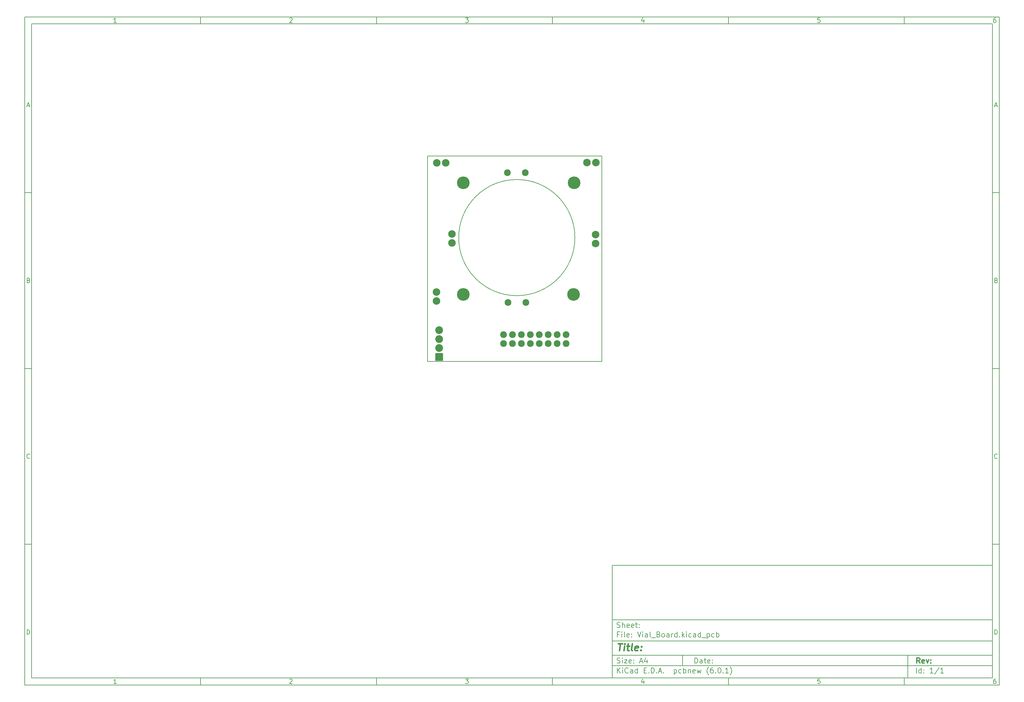
<source format=gbr>
%TF.GenerationSoftware,KiCad,Pcbnew,(6.0.1)*%
%TF.CreationDate,2022-03-10T11:24:42-03:00*%
%TF.ProjectId,Vial_Board,5669616c-5f42-46f6-9172-642e6b696361,rev?*%
%TF.SameCoordinates,Original*%
%TF.FileFunction,Soldermask,Bot*%
%TF.FilePolarity,Negative*%
%FSLAX46Y46*%
G04 Gerber Fmt 4.6, Leading zero omitted, Abs format (unit mm)*
G04 Created by KiCad (PCBNEW (6.0.1)) date 2022-03-10 11:24:42*
%MOMM*%
%LPD*%
G01*
G04 APERTURE LIST*
G04 Aperture macros list*
%AMRoundRect*
0 Rectangle with rounded corners*
0 $1 Rounding radius*
0 $2 $3 $4 $5 $6 $7 $8 $9 X,Y pos of 4 corners*
0 Add a 4 corners polygon primitive as box body*
4,1,4,$2,$3,$4,$5,$6,$7,$8,$9,$2,$3,0*
0 Add four circle primitives for the rounded corners*
1,1,$1+$1,$2,$3*
1,1,$1+$1,$4,$5*
1,1,$1+$1,$6,$7*
1,1,$1+$1,$8,$9*
0 Add four rect primitives between the rounded corners*
20,1,$1+$1,$2,$3,$4,$5,0*
20,1,$1+$1,$4,$5,$6,$7,0*
20,1,$1+$1,$6,$7,$8,$9,0*
20,1,$1+$1,$8,$9,$2,$3,0*%
G04 Aperture macros list end*
%ADD10C,0.100000*%
%ADD11C,0.150000*%
%ADD12C,0.300000*%
%ADD13C,0.400000*%
%TA.AperFunction,Profile*%
%ADD14C,0.150000*%
%TD*%
%ADD15C,3.599994*%
%ADD16C,1.924000*%
%ADD17C,2.150000*%
%ADD18RoundRect,0.200000X0.900000X-0.900000X0.900000X0.900000X-0.900000X0.900000X-0.900000X-0.900000X0*%
%ADD19C,2.200000*%
G04 APERTURE END LIST*
D10*
D11*
X177002200Y-166007200D02*
X177002200Y-198007200D01*
X285002200Y-198007200D01*
X285002200Y-166007200D01*
X177002200Y-166007200D01*
D10*
D11*
X10000000Y-10000000D02*
X10000000Y-200007200D01*
X287002200Y-200007200D01*
X287002200Y-10000000D01*
X10000000Y-10000000D01*
D10*
D11*
X12000000Y-12000000D02*
X12000000Y-198007200D01*
X285002200Y-198007200D01*
X285002200Y-12000000D01*
X12000000Y-12000000D01*
D10*
D11*
X60000000Y-12000000D02*
X60000000Y-10000000D01*
D10*
D11*
X110000000Y-12000000D02*
X110000000Y-10000000D01*
D10*
D11*
X160000000Y-12000000D02*
X160000000Y-10000000D01*
D10*
D11*
X210000000Y-12000000D02*
X210000000Y-10000000D01*
D10*
D11*
X260000000Y-12000000D02*
X260000000Y-10000000D01*
D10*
D11*
X36065476Y-11588095D02*
X35322619Y-11588095D01*
X35694047Y-11588095D02*
X35694047Y-10288095D01*
X35570238Y-10473809D01*
X35446428Y-10597619D01*
X35322619Y-10659523D01*
D10*
D11*
X85322619Y-10411904D02*
X85384523Y-10350000D01*
X85508333Y-10288095D01*
X85817857Y-10288095D01*
X85941666Y-10350000D01*
X86003571Y-10411904D01*
X86065476Y-10535714D01*
X86065476Y-10659523D01*
X86003571Y-10845238D01*
X85260714Y-11588095D01*
X86065476Y-11588095D01*
D10*
D11*
X135260714Y-10288095D02*
X136065476Y-10288095D01*
X135632142Y-10783333D01*
X135817857Y-10783333D01*
X135941666Y-10845238D01*
X136003571Y-10907142D01*
X136065476Y-11030952D01*
X136065476Y-11340476D01*
X136003571Y-11464285D01*
X135941666Y-11526190D01*
X135817857Y-11588095D01*
X135446428Y-11588095D01*
X135322619Y-11526190D01*
X135260714Y-11464285D01*
D10*
D11*
X185941666Y-10721428D02*
X185941666Y-11588095D01*
X185632142Y-10226190D02*
X185322619Y-11154761D01*
X186127380Y-11154761D01*
D10*
D11*
X236003571Y-10288095D02*
X235384523Y-10288095D01*
X235322619Y-10907142D01*
X235384523Y-10845238D01*
X235508333Y-10783333D01*
X235817857Y-10783333D01*
X235941666Y-10845238D01*
X236003571Y-10907142D01*
X236065476Y-11030952D01*
X236065476Y-11340476D01*
X236003571Y-11464285D01*
X235941666Y-11526190D01*
X235817857Y-11588095D01*
X235508333Y-11588095D01*
X235384523Y-11526190D01*
X235322619Y-11464285D01*
D10*
D11*
X285941666Y-10288095D02*
X285694047Y-10288095D01*
X285570238Y-10350000D01*
X285508333Y-10411904D01*
X285384523Y-10597619D01*
X285322619Y-10845238D01*
X285322619Y-11340476D01*
X285384523Y-11464285D01*
X285446428Y-11526190D01*
X285570238Y-11588095D01*
X285817857Y-11588095D01*
X285941666Y-11526190D01*
X286003571Y-11464285D01*
X286065476Y-11340476D01*
X286065476Y-11030952D01*
X286003571Y-10907142D01*
X285941666Y-10845238D01*
X285817857Y-10783333D01*
X285570238Y-10783333D01*
X285446428Y-10845238D01*
X285384523Y-10907142D01*
X285322619Y-11030952D01*
D10*
D11*
X60000000Y-198007200D02*
X60000000Y-200007200D01*
D10*
D11*
X110000000Y-198007200D02*
X110000000Y-200007200D01*
D10*
D11*
X160000000Y-198007200D02*
X160000000Y-200007200D01*
D10*
D11*
X210000000Y-198007200D02*
X210000000Y-200007200D01*
D10*
D11*
X260000000Y-198007200D02*
X260000000Y-200007200D01*
D10*
D11*
X36065476Y-199595295D02*
X35322619Y-199595295D01*
X35694047Y-199595295D02*
X35694047Y-198295295D01*
X35570238Y-198481009D01*
X35446428Y-198604819D01*
X35322619Y-198666723D01*
D10*
D11*
X85322619Y-198419104D02*
X85384523Y-198357200D01*
X85508333Y-198295295D01*
X85817857Y-198295295D01*
X85941666Y-198357200D01*
X86003571Y-198419104D01*
X86065476Y-198542914D01*
X86065476Y-198666723D01*
X86003571Y-198852438D01*
X85260714Y-199595295D01*
X86065476Y-199595295D01*
D10*
D11*
X135260714Y-198295295D02*
X136065476Y-198295295D01*
X135632142Y-198790533D01*
X135817857Y-198790533D01*
X135941666Y-198852438D01*
X136003571Y-198914342D01*
X136065476Y-199038152D01*
X136065476Y-199347676D01*
X136003571Y-199471485D01*
X135941666Y-199533390D01*
X135817857Y-199595295D01*
X135446428Y-199595295D01*
X135322619Y-199533390D01*
X135260714Y-199471485D01*
D10*
D11*
X185941666Y-198728628D02*
X185941666Y-199595295D01*
X185632142Y-198233390D02*
X185322619Y-199161961D01*
X186127380Y-199161961D01*
D10*
D11*
X236003571Y-198295295D02*
X235384523Y-198295295D01*
X235322619Y-198914342D01*
X235384523Y-198852438D01*
X235508333Y-198790533D01*
X235817857Y-198790533D01*
X235941666Y-198852438D01*
X236003571Y-198914342D01*
X236065476Y-199038152D01*
X236065476Y-199347676D01*
X236003571Y-199471485D01*
X235941666Y-199533390D01*
X235817857Y-199595295D01*
X235508333Y-199595295D01*
X235384523Y-199533390D01*
X235322619Y-199471485D01*
D10*
D11*
X285941666Y-198295295D02*
X285694047Y-198295295D01*
X285570238Y-198357200D01*
X285508333Y-198419104D01*
X285384523Y-198604819D01*
X285322619Y-198852438D01*
X285322619Y-199347676D01*
X285384523Y-199471485D01*
X285446428Y-199533390D01*
X285570238Y-199595295D01*
X285817857Y-199595295D01*
X285941666Y-199533390D01*
X286003571Y-199471485D01*
X286065476Y-199347676D01*
X286065476Y-199038152D01*
X286003571Y-198914342D01*
X285941666Y-198852438D01*
X285817857Y-198790533D01*
X285570238Y-198790533D01*
X285446428Y-198852438D01*
X285384523Y-198914342D01*
X285322619Y-199038152D01*
D10*
D11*
X10000000Y-60000000D02*
X12000000Y-60000000D01*
D10*
D11*
X10000000Y-110000000D02*
X12000000Y-110000000D01*
D10*
D11*
X10000000Y-160000000D02*
X12000000Y-160000000D01*
D10*
D11*
X10690476Y-35216666D02*
X11309523Y-35216666D01*
X10566666Y-35588095D02*
X11000000Y-34288095D01*
X11433333Y-35588095D01*
D10*
D11*
X11092857Y-84907142D02*
X11278571Y-84969047D01*
X11340476Y-85030952D01*
X11402380Y-85154761D01*
X11402380Y-85340476D01*
X11340476Y-85464285D01*
X11278571Y-85526190D01*
X11154761Y-85588095D01*
X10659523Y-85588095D01*
X10659523Y-84288095D01*
X11092857Y-84288095D01*
X11216666Y-84350000D01*
X11278571Y-84411904D01*
X11340476Y-84535714D01*
X11340476Y-84659523D01*
X11278571Y-84783333D01*
X11216666Y-84845238D01*
X11092857Y-84907142D01*
X10659523Y-84907142D01*
D10*
D11*
X11402380Y-135464285D02*
X11340476Y-135526190D01*
X11154761Y-135588095D01*
X11030952Y-135588095D01*
X10845238Y-135526190D01*
X10721428Y-135402380D01*
X10659523Y-135278571D01*
X10597619Y-135030952D01*
X10597619Y-134845238D01*
X10659523Y-134597619D01*
X10721428Y-134473809D01*
X10845238Y-134350000D01*
X11030952Y-134288095D01*
X11154761Y-134288095D01*
X11340476Y-134350000D01*
X11402380Y-134411904D01*
D10*
D11*
X10659523Y-185588095D02*
X10659523Y-184288095D01*
X10969047Y-184288095D01*
X11154761Y-184350000D01*
X11278571Y-184473809D01*
X11340476Y-184597619D01*
X11402380Y-184845238D01*
X11402380Y-185030952D01*
X11340476Y-185278571D01*
X11278571Y-185402380D01*
X11154761Y-185526190D01*
X10969047Y-185588095D01*
X10659523Y-185588095D01*
D10*
D11*
X287002200Y-60000000D02*
X285002200Y-60000000D01*
D10*
D11*
X287002200Y-110000000D02*
X285002200Y-110000000D01*
D10*
D11*
X287002200Y-160000000D02*
X285002200Y-160000000D01*
D10*
D11*
X285692676Y-35216666D02*
X286311723Y-35216666D01*
X285568866Y-35588095D02*
X286002200Y-34288095D01*
X286435533Y-35588095D01*
D10*
D11*
X286095057Y-84907142D02*
X286280771Y-84969047D01*
X286342676Y-85030952D01*
X286404580Y-85154761D01*
X286404580Y-85340476D01*
X286342676Y-85464285D01*
X286280771Y-85526190D01*
X286156961Y-85588095D01*
X285661723Y-85588095D01*
X285661723Y-84288095D01*
X286095057Y-84288095D01*
X286218866Y-84350000D01*
X286280771Y-84411904D01*
X286342676Y-84535714D01*
X286342676Y-84659523D01*
X286280771Y-84783333D01*
X286218866Y-84845238D01*
X286095057Y-84907142D01*
X285661723Y-84907142D01*
D10*
D11*
X286404580Y-135464285D02*
X286342676Y-135526190D01*
X286156961Y-135588095D01*
X286033152Y-135588095D01*
X285847438Y-135526190D01*
X285723628Y-135402380D01*
X285661723Y-135278571D01*
X285599819Y-135030952D01*
X285599819Y-134845238D01*
X285661723Y-134597619D01*
X285723628Y-134473809D01*
X285847438Y-134350000D01*
X286033152Y-134288095D01*
X286156961Y-134288095D01*
X286342676Y-134350000D01*
X286404580Y-134411904D01*
D10*
D11*
X285661723Y-185588095D02*
X285661723Y-184288095D01*
X285971247Y-184288095D01*
X286156961Y-184350000D01*
X286280771Y-184473809D01*
X286342676Y-184597619D01*
X286404580Y-184845238D01*
X286404580Y-185030952D01*
X286342676Y-185278571D01*
X286280771Y-185402380D01*
X286156961Y-185526190D01*
X285971247Y-185588095D01*
X285661723Y-185588095D01*
D10*
D11*
X200434342Y-193785771D02*
X200434342Y-192285771D01*
X200791485Y-192285771D01*
X201005771Y-192357200D01*
X201148628Y-192500057D01*
X201220057Y-192642914D01*
X201291485Y-192928628D01*
X201291485Y-193142914D01*
X201220057Y-193428628D01*
X201148628Y-193571485D01*
X201005771Y-193714342D01*
X200791485Y-193785771D01*
X200434342Y-193785771D01*
X202577200Y-193785771D02*
X202577200Y-193000057D01*
X202505771Y-192857200D01*
X202362914Y-192785771D01*
X202077200Y-192785771D01*
X201934342Y-192857200D01*
X202577200Y-193714342D02*
X202434342Y-193785771D01*
X202077200Y-193785771D01*
X201934342Y-193714342D01*
X201862914Y-193571485D01*
X201862914Y-193428628D01*
X201934342Y-193285771D01*
X202077200Y-193214342D01*
X202434342Y-193214342D01*
X202577200Y-193142914D01*
X203077200Y-192785771D02*
X203648628Y-192785771D01*
X203291485Y-192285771D02*
X203291485Y-193571485D01*
X203362914Y-193714342D01*
X203505771Y-193785771D01*
X203648628Y-193785771D01*
X204720057Y-193714342D02*
X204577200Y-193785771D01*
X204291485Y-193785771D01*
X204148628Y-193714342D01*
X204077200Y-193571485D01*
X204077200Y-193000057D01*
X204148628Y-192857200D01*
X204291485Y-192785771D01*
X204577200Y-192785771D01*
X204720057Y-192857200D01*
X204791485Y-193000057D01*
X204791485Y-193142914D01*
X204077200Y-193285771D01*
X205434342Y-193642914D02*
X205505771Y-193714342D01*
X205434342Y-193785771D01*
X205362914Y-193714342D01*
X205434342Y-193642914D01*
X205434342Y-193785771D01*
X205434342Y-192857200D02*
X205505771Y-192928628D01*
X205434342Y-193000057D01*
X205362914Y-192928628D01*
X205434342Y-192857200D01*
X205434342Y-193000057D01*
D10*
D11*
X177002200Y-194507200D02*
X285002200Y-194507200D01*
D10*
D11*
X178434342Y-196585771D02*
X178434342Y-195085771D01*
X179291485Y-196585771D02*
X178648628Y-195728628D01*
X179291485Y-195085771D02*
X178434342Y-195942914D01*
X179934342Y-196585771D02*
X179934342Y-195585771D01*
X179934342Y-195085771D02*
X179862914Y-195157200D01*
X179934342Y-195228628D01*
X180005771Y-195157200D01*
X179934342Y-195085771D01*
X179934342Y-195228628D01*
X181505771Y-196442914D02*
X181434342Y-196514342D01*
X181220057Y-196585771D01*
X181077200Y-196585771D01*
X180862914Y-196514342D01*
X180720057Y-196371485D01*
X180648628Y-196228628D01*
X180577200Y-195942914D01*
X180577200Y-195728628D01*
X180648628Y-195442914D01*
X180720057Y-195300057D01*
X180862914Y-195157200D01*
X181077200Y-195085771D01*
X181220057Y-195085771D01*
X181434342Y-195157200D01*
X181505771Y-195228628D01*
X182791485Y-196585771D02*
X182791485Y-195800057D01*
X182720057Y-195657200D01*
X182577200Y-195585771D01*
X182291485Y-195585771D01*
X182148628Y-195657200D01*
X182791485Y-196514342D02*
X182648628Y-196585771D01*
X182291485Y-196585771D01*
X182148628Y-196514342D01*
X182077200Y-196371485D01*
X182077200Y-196228628D01*
X182148628Y-196085771D01*
X182291485Y-196014342D01*
X182648628Y-196014342D01*
X182791485Y-195942914D01*
X184148628Y-196585771D02*
X184148628Y-195085771D01*
X184148628Y-196514342D02*
X184005771Y-196585771D01*
X183720057Y-196585771D01*
X183577200Y-196514342D01*
X183505771Y-196442914D01*
X183434342Y-196300057D01*
X183434342Y-195871485D01*
X183505771Y-195728628D01*
X183577200Y-195657200D01*
X183720057Y-195585771D01*
X184005771Y-195585771D01*
X184148628Y-195657200D01*
X186005771Y-195800057D02*
X186505771Y-195800057D01*
X186720057Y-196585771D02*
X186005771Y-196585771D01*
X186005771Y-195085771D01*
X186720057Y-195085771D01*
X187362914Y-196442914D02*
X187434342Y-196514342D01*
X187362914Y-196585771D01*
X187291485Y-196514342D01*
X187362914Y-196442914D01*
X187362914Y-196585771D01*
X188077200Y-196585771D02*
X188077200Y-195085771D01*
X188434342Y-195085771D01*
X188648628Y-195157200D01*
X188791485Y-195300057D01*
X188862914Y-195442914D01*
X188934342Y-195728628D01*
X188934342Y-195942914D01*
X188862914Y-196228628D01*
X188791485Y-196371485D01*
X188648628Y-196514342D01*
X188434342Y-196585771D01*
X188077200Y-196585771D01*
X189577200Y-196442914D02*
X189648628Y-196514342D01*
X189577200Y-196585771D01*
X189505771Y-196514342D01*
X189577200Y-196442914D01*
X189577200Y-196585771D01*
X190220057Y-196157200D02*
X190934342Y-196157200D01*
X190077200Y-196585771D02*
X190577200Y-195085771D01*
X191077200Y-196585771D01*
X191577200Y-196442914D02*
X191648628Y-196514342D01*
X191577200Y-196585771D01*
X191505771Y-196514342D01*
X191577200Y-196442914D01*
X191577200Y-196585771D01*
X194577200Y-195585771D02*
X194577200Y-197085771D01*
X194577200Y-195657200D02*
X194720057Y-195585771D01*
X195005771Y-195585771D01*
X195148628Y-195657200D01*
X195220057Y-195728628D01*
X195291485Y-195871485D01*
X195291485Y-196300057D01*
X195220057Y-196442914D01*
X195148628Y-196514342D01*
X195005771Y-196585771D01*
X194720057Y-196585771D01*
X194577200Y-196514342D01*
X196577200Y-196514342D02*
X196434342Y-196585771D01*
X196148628Y-196585771D01*
X196005771Y-196514342D01*
X195934342Y-196442914D01*
X195862914Y-196300057D01*
X195862914Y-195871485D01*
X195934342Y-195728628D01*
X196005771Y-195657200D01*
X196148628Y-195585771D01*
X196434342Y-195585771D01*
X196577200Y-195657200D01*
X197220057Y-196585771D02*
X197220057Y-195085771D01*
X197220057Y-195657200D02*
X197362914Y-195585771D01*
X197648628Y-195585771D01*
X197791485Y-195657200D01*
X197862914Y-195728628D01*
X197934342Y-195871485D01*
X197934342Y-196300057D01*
X197862914Y-196442914D01*
X197791485Y-196514342D01*
X197648628Y-196585771D01*
X197362914Y-196585771D01*
X197220057Y-196514342D01*
X198577200Y-195585771D02*
X198577200Y-196585771D01*
X198577200Y-195728628D02*
X198648628Y-195657200D01*
X198791485Y-195585771D01*
X199005771Y-195585771D01*
X199148628Y-195657200D01*
X199220057Y-195800057D01*
X199220057Y-196585771D01*
X200505771Y-196514342D02*
X200362914Y-196585771D01*
X200077200Y-196585771D01*
X199934342Y-196514342D01*
X199862914Y-196371485D01*
X199862914Y-195800057D01*
X199934342Y-195657200D01*
X200077200Y-195585771D01*
X200362914Y-195585771D01*
X200505771Y-195657200D01*
X200577200Y-195800057D01*
X200577200Y-195942914D01*
X199862914Y-196085771D01*
X201077200Y-195585771D02*
X201362914Y-196585771D01*
X201648628Y-195871485D01*
X201934342Y-196585771D01*
X202220057Y-195585771D01*
X204362914Y-197157200D02*
X204291485Y-197085771D01*
X204148628Y-196871485D01*
X204077200Y-196728628D01*
X204005771Y-196514342D01*
X203934342Y-196157200D01*
X203934342Y-195871485D01*
X204005771Y-195514342D01*
X204077200Y-195300057D01*
X204148628Y-195157200D01*
X204291485Y-194942914D01*
X204362914Y-194871485D01*
X205577200Y-195085771D02*
X205291485Y-195085771D01*
X205148628Y-195157200D01*
X205077200Y-195228628D01*
X204934342Y-195442914D01*
X204862914Y-195728628D01*
X204862914Y-196300057D01*
X204934342Y-196442914D01*
X205005771Y-196514342D01*
X205148628Y-196585771D01*
X205434342Y-196585771D01*
X205577200Y-196514342D01*
X205648628Y-196442914D01*
X205720057Y-196300057D01*
X205720057Y-195942914D01*
X205648628Y-195800057D01*
X205577200Y-195728628D01*
X205434342Y-195657200D01*
X205148628Y-195657200D01*
X205005771Y-195728628D01*
X204934342Y-195800057D01*
X204862914Y-195942914D01*
X206362914Y-196442914D02*
X206434342Y-196514342D01*
X206362914Y-196585771D01*
X206291485Y-196514342D01*
X206362914Y-196442914D01*
X206362914Y-196585771D01*
X207362914Y-195085771D02*
X207505771Y-195085771D01*
X207648628Y-195157200D01*
X207720057Y-195228628D01*
X207791485Y-195371485D01*
X207862914Y-195657200D01*
X207862914Y-196014342D01*
X207791485Y-196300057D01*
X207720057Y-196442914D01*
X207648628Y-196514342D01*
X207505771Y-196585771D01*
X207362914Y-196585771D01*
X207220057Y-196514342D01*
X207148628Y-196442914D01*
X207077200Y-196300057D01*
X207005771Y-196014342D01*
X207005771Y-195657200D01*
X207077200Y-195371485D01*
X207148628Y-195228628D01*
X207220057Y-195157200D01*
X207362914Y-195085771D01*
X208505771Y-196442914D02*
X208577200Y-196514342D01*
X208505771Y-196585771D01*
X208434342Y-196514342D01*
X208505771Y-196442914D01*
X208505771Y-196585771D01*
X210005771Y-196585771D02*
X209148628Y-196585771D01*
X209577200Y-196585771D02*
X209577200Y-195085771D01*
X209434342Y-195300057D01*
X209291485Y-195442914D01*
X209148628Y-195514342D01*
X210505771Y-197157200D02*
X210577200Y-197085771D01*
X210720057Y-196871485D01*
X210791485Y-196728628D01*
X210862914Y-196514342D01*
X210934342Y-196157200D01*
X210934342Y-195871485D01*
X210862914Y-195514342D01*
X210791485Y-195300057D01*
X210720057Y-195157200D01*
X210577200Y-194942914D01*
X210505771Y-194871485D01*
D10*
D11*
X177002200Y-191507200D02*
X285002200Y-191507200D01*
D10*
D12*
X264411485Y-193785771D02*
X263911485Y-193071485D01*
X263554342Y-193785771D02*
X263554342Y-192285771D01*
X264125771Y-192285771D01*
X264268628Y-192357200D01*
X264340057Y-192428628D01*
X264411485Y-192571485D01*
X264411485Y-192785771D01*
X264340057Y-192928628D01*
X264268628Y-193000057D01*
X264125771Y-193071485D01*
X263554342Y-193071485D01*
X265625771Y-193714342D02*
X265482914Y-193785771D01*
X265197200Y-193785771D01*
X265054342Y-193714342D01*
X264982914Y-193571485D01*
X264982914Y-193000057D01*
X265054342Y-192857200D01*
X265197200Y-192785771D01*
X265482914Y-192785771D01*
X265625771Y-192857200D01*
X265697200Y-193000057D01*
X265697200Y-193142914D01*
X264982914Y-193285771D01*
X266197200Y-192785771D02*
X266554342Y-193785771D01*
X266911485Y-192785771D01*
X267482914Y-193642914D02*
X267554342Y-193714342D01*
X267482914Y-193785771D01*
X267411485Y-193714342D01*
X267482914Y-193642914D01*
X267482914Y-193785771D01*
X267482914Y-192857200D02*
X267554342Y-192928628D01*
X267482914Y-193000057D01*
X267411485Y-192928628D01*
X267482914Y-192857200D01*
X267482914Y-193000057D01*
D10*
D11*
X178362914Y-193714342D02*
X178577200Y-193785771D01*
X178934342Y-193785771D01*
X179077200Y-193714342D01*
X179148628Y-193642914D01*
X179220057Y-193500057D01*
X179220057Y-193357200D01*
X179148628Y-193214342D01*
X179077200Y-193142914D01*
X178934342Y-193071485D01*
X178648628Y-193000057D01*
X178505771Y-192928628D01*
X178434342Y-192857200D01*
X178362914Y-192714342D01*
X178362914Y-192571485D01*
X178434342Y-192428628D01*
X178505771Y-192357200D01*
X178648628Y-192285771D01*
X179005771Y-192285771D01*
X179220057Y-192357200D01*
X179862914Y-193785771D02*
X179862914Y-192785771D01*
X179862914Y-192285771D02*
X179791485Y-192357200D01*
X179862914Y-192428628D01*
X179934342Y-192357200D01*
X179862914Y-192285771D01*
X179862914Y-192428628D01*
X180434342Y-192785771D02*
X181220057Y-192785771D01*
X180434342Y-193785771D01*
X181220057Y-193785771D01*
X182362914Y-193714342D02*
X182220057Y-193785771D01*
X181934342Y-193785771D01*
X181791485Y-193714342D01*
X181720057Y-193571485D01*
X181720057Y-193000057D01*
X181791485Y-192857200D01*
X181934342Y-192785771D01*
X182220057Y-192785771D01*
X182362914Y-192857200D01*
X182434342Y-193000057D01*
X182434342Y-193142914D01*
X181720057Y-193285771D01*
X183077200Y-193642914D02*
X183148628Y-193714342D01*
X183077200Y-193785771D01*
X183005771Y-193714342D01*
X183077200Y-193642914D01*
X183077200Y-193785771D01*
X183077200Y-192857200D02*
X183148628Y-192928628D01*
X183077200Y-193000057D01*
X183005771Y-192928628D01*
X183077200Y-192857200D01*
X183077200Y-193000057D01*
X184862914Y-193357200D02*
X185577200Y-193357200D01*
X184720057Y-193785771D02*
X185220057Y-192285771D01*
X185720057Y-193785771D01*
X186862914Y-192785771D02*
X186862914Y-193785771D01*
X186505771Y-192214342D02*
X186148628Y-193285771D01*
X187077200Y-193285771D01*
D10*
D11*
X263434342Y-196585771D02*
X263434342Y-195085771D01*
X264791485Y-196585771D02*
X264791485Y-195085771D01*
X264791485Y-196514342D02*
X264648628Y-196585771D01*
X264362914Y-196585771D01*
X264220057Y-196514342D01*
X264148628Y-196442914D01*
X264077200Y-196300057D01*
X264077200Y-195871485D01*
X264148628Y-195728628D01*
X264220057Y-195657200D01*
X264362914Y-195585771D01*
X264648628Y-195585771D01*
X264791485Y-195657200D01*
X265505771Y-196442914D02*
X265577200Y-196514342D01*
X265505771Y-196585771D01*
X265434342Y-196514342D01*
X265505771Y-196442914D01*
X265505771Y-196585771D01*
X265505771Y-195657200D02*
X265577200Y-195728628D01*
X265505771Y-195800057D01*
X265434342Y-195728628D01*
X265505771Y-195657200D01*
X265505771Y-195800057D01*
X268148628Y-196585771D02*
X267291485Y-196585771D01*
X267720057Y-196585771D02*
X267720057Y-195085771D01*
X267577200Y-195300057D01*
X267434342Y-195442914D01*
X267291485Y-195514342D01*
X269862914Y-195014342D02*
X268577200Y-196942914D01*
X271148628Y-196585771D02*
X270291485Y-196585771D01*
X270720057Y-196585771D02*
X270720057Y-195085771D01*
X270577200Y-195300057D01*
X270434342Y-195442914D01*
X270291485Y-195514342D01*
D10*
D11*
X177002200Y-187507200D02*
X285002200Y-187507200D01*
D10*
D13*
X178714580Y-188211961D02*
X179857438Y-188211961D01*
X179036009Y-190211961D02*
X179286009Y-188211961D01*
X180274104Y-190211961D02*
X180440771Y-188878628D01*
X180524104Y-188211961D02*
X180416961Y-188307200D01*
X180500295Y-188402438D01*
X180607438Y-188307200D01*
X180524104Y-188211961D01*
X180500295Y-188402438D01*
X181107438Y-188878628D02*
X181869342Y-188878628D01*
X181476485Y-188211961D02*
X181262200Y-189926247D01*
X181333628Y-190116723D01*
X181512200Y-190211961D01*
X181702676Y-190211961D01*
X182655057Y-190211961D02*
X182476485Y-190116723D01*
X182405057Y-189926247D01*
X182619342Y-188211961D01*
X184190771Y-190116723D02*
X183988390Y-190211961D01*
X183607438Y-190211961D01*
X183428866Y-190116723D01*
X183357438Y-189926247D01*
X183452676Y-189164342D01*
X183571723Y-188973866D01*
X183774104Y-188878628D01*
X184155057Y-188878628D01*
X184333628Y-188973866D01*
X184405057Y-189164342D01*
X184381247Y-189354819D01*
X183405057Y-189545295D01*
X185155057Y-190021485D02*
X185238390Y-190116723D01*
X185131247Y-190211961D01*
X185047914Y-190116723D01*
X185155057Y-190021485D01*
X185131247Y-190211961D01*
X185286009Y-188973866D02*
X185369342Y-189069104D01*
X185262200Y-189164342D01*
X185178866Y-189069104D01*
X185286009Y-188973866D01*
X185262200Y-189164342D01*
D10*
D11*
X178934342Y-185600057D02*
X178434342Y-185600057D01*
X178434342Y-186385771D02*
X178434342Y-184885771D01*
X179148628Y-184885771D01*
X179720057Y-186385771D02*
X179720057Y-185385771D01*
X179720057Y-184885771D02*
X179648628Y-184957200D01*
X179720057Y-185028628D01*
X179791485Y-184957200D01*
X179720057Y-184885771D01*
X179720057Y-185028628D01*
X180648628Y-186385771D02*
X180505771Y-186314342D01*
X180434342Y-186171485D01*
X180434342Y-184885771D01*
X181791485Y-186314342D02*
X181648628Y-186385771D01*
X181362914Y-186385771D01*
X181220057Y-186314342D01*
X181148628Y-186171485D01*
X181148628Y-185600057D01*
X181220057Y-185457200D01*
X181362914Y-185385771D01*
X181648628Y-185385771D01*
X181791485Y-185457200D01*
X181862914Y-185600057D01*
X181862914Y-185742914D01*
X181148628Y-185885771D01*
X182505771Y-186242914D02*
X182577200Y-186314342D01*
X182505771Y-186385771D01*
X182434342Y-186314342D01*
X182505771Y-186242914D01*
X182505771Y-186385771D01*
X182505771Y-185457200D02*
X182577200Y-185528628D01*
X182505771Y-185600057D01*
X182434342Y-185528628D01*
X182505771Y-185457200D01*
X182505771Y-185600057D01*
X184148628Y-184885771D02*
X184648628Y-186385771D01*
X185148628Y-184885771D01*
X185648628Y-186385771D02*
X185648628Y-185385771D01*
X185648628Y-184885771D02*
X185577200Y-184957200D01*
X185648628Y-185028628D01*
X185720057Y-184957200D01*
X185648628Y-184885771D01*
X185648628Y-185028628D01*
X187005771Y-186385771D02*
X187005771Y-185600057D01*
X186934342Y-185457200D01*
X186791485Y-185385771D01*
X186505771Y-185385771D01*
X186362914Y-185457200D01*
X187005771Y-186314342D02*
X186862914Y-186385771D01*
X186505771Y-186385771D01*
X186362914Y-186314342D01*
X186291485Y-186171485D01*
X186291485Y-186028628D01*
X186362914Y-185885771D01*
X186505771Y-185814342D01*
X186862914Y-185814342D01*
X187005771Y-185742914D01*
X187934342Y-186385771D02*
X187791485Y-186314342D01*
X187720057Y-186171485D01*
X187720057Y-184885771D01*
X188148628Y-186528628D02*
X189291485Y-186528628D01*
X190148628Y-185600057D02*
X190362914Y-185671485D01*
X190434342Y-185742914D01*
X190505771Y-185885771D01*
X190505771Y-186100057D01*
X190434342Y-186242914D01*
X190362914Y-186314342D01*
X190220057Y-186385771D01*
X189648628Y-186385771D01*
X189648628Y-184885771D01*
X190148628Y-184885771D01*
X190291485Y-184957200D01*
X190362914Y-185028628D01*
X190434342Y-185171485D01*
X190434342Y-185314342D01*
X190362914Y-185457200D01*
X190291485Y-185528628D01*
X190148628Y-185600057D01*
X189648628Y-185600057D01*
X191362914Y-186385771D02*
X191220057Y-186314342D01*
X191148628Y-186242914D01*
X191077200Y-186100057D01*
X191077200Y-185671485D01*
X191148628Y-185528628D01*
X191220057Y-185457200D01*
X191362914Y-185385771D01*
X191577200Y-185385771D01*
X191720057Y-185457200D01*
X191791485Y-185528628D01*
X191862914Y-185671485D01*
X191862914Y-186100057D01*
X191791485Y-186242914D01*
X191720057Y-186314342D01*
X191577200Y-186385771D01*
X191362914Y-186385771D01*
X193148628Y-186385771D02*
X193148628Y-185600057D01*
X193077200Y-185457200D01*
X192934342Y-185385771D01*
X192648628Y-185385771D01*
X192505771Y-185457200D01*
X193148628Y-186314342D02*
X193005771Y-186385771D01*
X192648628Y-186385771D01*
X192505771Y-186314342D01*
X192434342Y-186171485D01*
X192434342Y-186028628D01*
X192505771Y-185885771D01*
X192648628Y-185814342D01*
X193005771Y-185814342D01*
X193148628Y-185742914D01*
X193862914Y-186385771D02*
X193862914Y-185385771D01*
X193862914Y-185671485D02*
X193934342Y-185528628D01*
X194005771Y-185457200D01*
X194148628Y-185385771D01*
X194291485Y-185385771D01*
X195434342Y-186385771D02*
X195434342Y-184885771D01*
X195434342Y-186314342D02*
X195291485Y-186385771D01*
X195005771Y-186385771D01*
X194862914Y-186314342D01*
X194791485Y-186242914D01*
X194720057Y-186100057D01*
X194720057Y-185671485D01*
X194791485Y-185528628D01*
X194862914Y-185457200D01*
X195005771Y-185385771D01*
X195291485Y-185385771D01*
X195434342Y-185457200D01*
X196148628Y-186242914D02*
X196220057Y-186314342D01*
X196148628Y-186385771D01*
X196077200Y-186314342D01*
X196148628Y-186242914D01*
X196148628Y-186385771D01*
X196862914Y-186385771D02*
X196862914Y-184885771D01*
X197005771Y-185814342D02*
X197434342Y-186385771D01*
X197434342Y-185385771D02*
X196862914Y-185957200D01*
X198077200Y-186385771D02*
X198077200Y-185385771D01*
X198077200Y-184885771D02*
X198005771Y-184957200D01*
X198077200Y-185028628D01*
X198148628Y-184957200D01*
X198077200Y-184885771D01*
X198077200Y-185028628D01*
X199434342Y-186314342D02*
X199291485Y-186385771D01*
X199005771Y-186385771D01*
X198862914Y-186314342D01*
X198791485Y-186242914D01*
X198720057Y-186100057D01*
X198720057Y-185671485D01*
X198791485Y-185528628D01*
X198862914Y-185457200D01*
X199005771Y-185385771D01*
X199291485Y-185385771D01*
X199434342Y-185457200D01*
X200720057Y-186385771D02*
X200720057Y-185600057D01*
X200648628Y-185457200D01*
X200505771Y-185385771D01*
X200220057Y-185385771D01*
X200077200Y-185457200D01*
X200720057Y-186314342D02*
X200577200Y-186385771D01*
X200220057Y-186385771D01*
X200077200Y-186314342D01*
X200005771Y-186171485D01*
X200005771Y-186028628D01*
X200077200Y-185885771D01*
X200220057Y-185814342D01*
X200577200Y-185814342D01*
X200720057Y-185742914D01*
X202077200Y-186385771D02*
X202077200Y-184885771D01*
X202077200Y-186314342D02*
X201934342Y-186385771D01*
X201648628Y-186385771D01*
X201505771Y-186314342D01*
X201434342Y-186242914D01*
X201362914Y-186100057D01*
X201362914Y-185671485D01*
X201434342Y-185528628D01*
X201505771Y-185457200D01*
X201648628Y-185385771D01*
X201934342Y-185385771D01*
X202077200Y-185457200D01*
X202434342Y-186528628D02*
X203577200Y-186528628D01*
X203934342Y-185385771D02*
X203934342Y-186885771D01*
X203934342Y-185457200D02*
X204077200Y-185385771D01*
X204362914Y-185385771D01*
X204505771Y-185457200D01*
X204577200Y-185528628D01*
X204648628Y-185671485D01*
X204648628Y-186100057D01*
X204577200Y-186242914D01*
X204505771Y-186314342D01*
X204362914Y-186385771D01*
X204077200Y-186385771D01*
X203934342Y-186314342D01*
X205934342Y-186314342D02*
X205791485Y-186385771D01*
X205505771Y-186385771D01*
X205362914Y-186314342D01*
X205291485Y-186242914D01*
X205220057Y-186100057D01*
X205220057Y-185671485D01*
X205291485Y-185528628D01*
X205362914Y-185457200D01*
X205505771Y-185385771D01*
X205791485Y-185385771D01*
X205934342Y-185457200D01*
X206577200Y-186385771D02*
X206577200Y-184885771D01*
X206577200Y-185457200D02*
X206720057Y-185385771D01*
X207005771Y-185385771D01*
X207148628Y-185457200D01*
X207220057Y-185528628D01*
X207291485Y-185671485D01*
X207291485Y-186100057D01*
X207220057Y-186242914D01*
X207148628Y-186314342D01*
X207005771Y-186385771D01*
X206720057Y-186385771D01*
X206577200Y-186314342D01*
D10*
D11*
X177002200Y-181507200D02*
X285002200Y-181507200D01*
D10*
D11*
X178362914Y-183614342D02*
X178577200Y-183685771D01*
X178934342Y-183685771D01*
X179077200Y-183614342D01*
X179148628Y-183542914D01*
X179220057Y-183400057D01*
X179220057Y-183257200D01*
X179148628Y-183114342D01*
X179077200Y-183042914D01*
X178934342Y-182971485D01*
X178648628Y-182900057D01*
X178505771Y-182828628D01*
X178434342Y-182757200D01*
X178362914Y-182614342D01*
X178362914Y-182471485D01*
X178434342Y-182328628D01*
X178505771Y-182257200D01*
X178648628Y-182185771D01*
X179005771Y-182185771D01*
X179220057Y-182257200D01*
X179862914Y-183685771D02*
X179862914Y-182185771D01*
X180505771Y-183685771D02*
X180505771Y-182900057D01*
X180434342Y-182757200D01*
X180291485Y-182685771D01*
X180077200Y-182685771D01*
X179934342Y-182757200D01*
X179862914Y-182828628D01*
X181791485Y-183614342D02*
X181648628Y-183685771D01*
X181362914Y-183685771D01*
X181220057Y-183614342D01*
X181148628Y-183471485D01*
X181148628Y-182900057D01*
X181220057Y-182757200D01*
X181362914Y-182685771D01*
X181648628Y-182685771D01*
X181791485Y-182757200D01*
X181862914Y-182900057D01*
X181862914Y-183042914D01*
X181148628Y-183185771D01*
X183077200Y-183614342D02*
X182934342Y-183685771D01*
X182648628Y-183685771D01*
X182505771Y-183614342D01*
X182434342Y-183471485D01*
X182434342Y-182900057D01*
X182505771Y-182757200D01*
X182648628Y-182685771D01*
X182934342Y-182685771D01*
X183077200Y-182757200D01*
X183148628Y-182900057D01*
X183148628Y-183042914D01*
X182434342Y-183185771D01*
X183577200Y-182685771D02*
X184148628Y-182685771D01*
X183791485Y-182185771D02*
X183791485Y-183471485D01*
X183862914Y-183614342D01*
X184005771Y-183685771D01*
X184148628Y-183685771D01*
X184648628Y-183542914D02*
X184720057Y-183614342D01*
X184648628Y-183685771D01*
X184577200Y-183614342D01*
X184648628Y-183542914D01*
X184648628Y-183685771D01*
X184648628Y-182757200D02*
X184720057Y-182828628D01*
X184648628Y-182900057D01*
X184577200Y-182828628D01*
X184648628Y-182757200D01*
X184648628Y-182900057D01*
D10*
D12*
D10*
D11*
D10*
D11*
D10*
D11*
D10*
D11*
D10*
D11*
X197002200Y-191507200D02*
X197002200Y-194507200D01*
D10*
D11*
X261002200Y-191507200D02*
X261002200Y-198007200D01*
D14*
X166370000Y-72760840D02*
G75*
G03*
X166370000Y-72760840I-16510000J0D01*
G01*
X124460000Y-107950000D02*
X173990000Y-107950000D01*
X124460000Y-49530000D02*
X173990000Y-49530000D01*
X173990000Y-49530000D02*
X173990000Y-107950000D01*
X124460000Y-49530000D02*
X124460000Y-107950000D01*
D15*
%TO.C,REF\u002A\u002A*%
X166116000Y-57150000D03*
%TD*%
%TO.C,REF\u002A\u002A*%
X134620000Y-88900000D03*
%TD*%
%TO.C,REF\u002A\u002A*%
X134620000Y-57150000D03*
%TD*%
%TO.C,REF\u002A\u002A*%
X165999998Y-88950013D03*
%TD*%
D16*
%TO.C,P1*%
X163830000Y-100330000D03*
X161290000Y-100330000D03*
X158750000Y-100330000D03*
X156210000Y-100330000D03*
X153670000Y-100330000D03*
X151130000Y-100330000D03*
X148590000Y-100330000D03*
X163830000Y-102870000D03*
X161290000Y-102870000D03*
X158750000Y-102870000D03*
X156210000Y-102870000D03*
X153670000Y-102870000D03*
X151130000Y-102870000D03*
X148590000Y-102870000D03*
X146050000Y-102870000D03*
X146050000Y-100330000D03*
%TD*%
%TO.C,R5*%
X147211438Y-54322650D03*
X152291438Y-54322650D03*
%TD*%
%TO.C,R6*%
X152420676Y-91193620D03*
X147340676Y-91193620D03*
%TD*%
D17*
%TO.C,P9*%
X127110000Y-51535000D03*
X129650000Y-51535000D03*
%TD*%
%TO.C,P8*%
X172350000Y-51420000D03*
X169810000Y-51420000D03*
%TD*%
%TO.C,P7*%
X172270000Y-74440000D03*
X172270000Y-71900000D03*
%TD*%
%TO.C,P6*%
X127000000Y-90805000D03*
X127000000Y-88265000D03*
%TD*%
D18*
%TO.C,P2*%
X127762000Y-106680000D03*
D19*
X127762000Y-104140000D03*
X127762000Y-101600000D03*
X127762000Y-99060000D03*
%TD*%
D17*
%TO.C,P5*%
X131445000Y-74295000D03*
X131445000Y-71755000D03*
%TD*%
M02*

</source>
